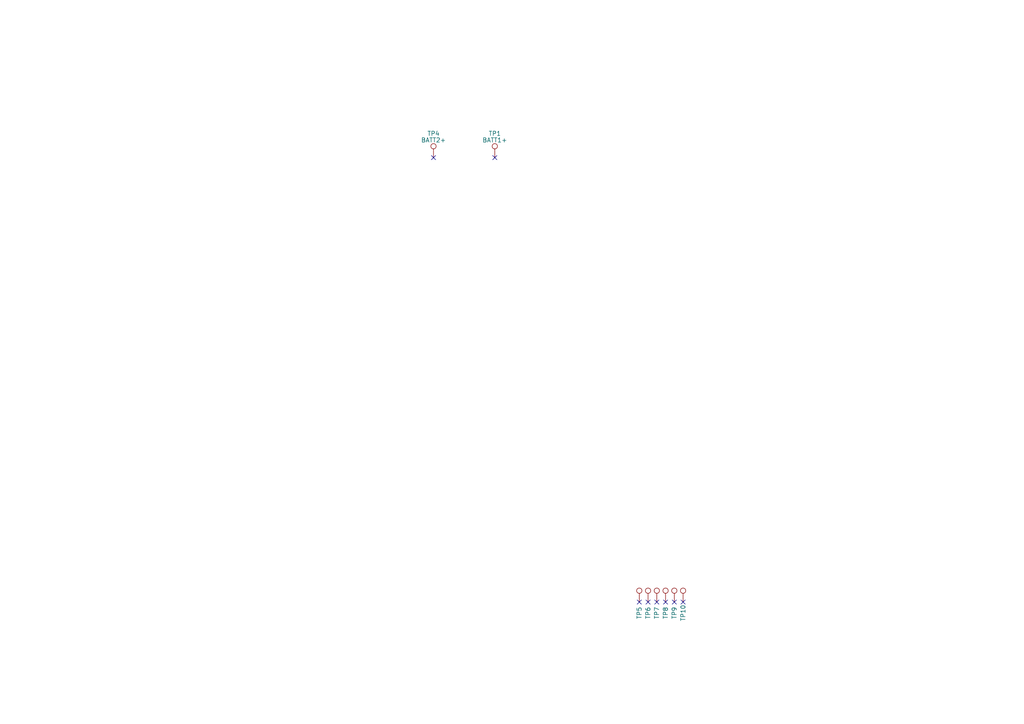
<source format=kicad_sch>
(kicad_sch (version 20231120) (generator "eeschema") (generator_version "8.0")
  (paper "A4")
  (lib_symbols
    (symbol "lib:TestPoint" (pin_numbers hide) (pin_names (offset 0.762) hide)
      (property "Reference" "TP" (at 0 6.858 0))
      (property "Value" "TestPoint" (at 0 5.08 0))
      (symbol "TestPoint_0_1"
        (circle (center 0 3.302) (radius 0.762))
      )
      (symbol "TestPoint_1_1"
        (pin passive line (at 0 0 90) (length 2.54) (name "1") (number "1"))
      )
    )
  )
  (no_connect (at 193.04 174.625))
  (no_connect (at 198.12 174.625))
  (no_connect (at 143.51 45.72))
  (no_connect (at 187.96 174.625))
  (no_connect (at 195.58 174.625))
  (no_connect (at 185.42 174.625))
  (no_connect (at 190.5 174.625))
  (no_connect (at 125.73 45.72))
  (symbol (lib_id "lib:TestPoint") (at 185.42 174.625 0) (unit 1)
    (property "Reference" "TP5" (at 185.42 177.8 90))
    (property "Value" "TestPoint" (effects (hide yes)))
    (property "Footprint" "lib:interconnect-middle" (effects (hide yes)))
  )
  (symbol (lib_id "lib:TestPoint") (at 125.73 45.72 0) (unit 1)
    (property "Reference" "TP4" (at 125.73 38.735 0))
    (property "Value" "BATT2+" (at 125.73 40.64 0))
    (property "Footprint" "lib:interconnect-middle" (effects (hide yes)))
  )
  (symbol (lib_id "lib:TestPoint") (at 190.5 174.625 0) (unit 1)
    (property "Reference" "TP7" (at 190.5 177.8 90))
    (property "Value" "TestPoint" (effects (hide yes)))
    (property "Footprint" "lib:interconnect-middle" (effects (hide yes)))
  )
  (symbol (lib_id "lib:TestPoint") (at 195.58 174.625 0) (unit 1)
    (property "Reference" "TP9" (at 195.58 177.8 90))
    (property "Value" "TestPoint" (effects (hide yes)))
    (property "Footprint" "lib:interconnect-middle" (effects (hide yes)))
  )
  (symbol (lib_id "lib:TestPoint") (at 187.96 174.625 0) (unit 1)
    (property "Reference" "TP6" (at 187.96 177.8 90))
    (property "Value" "TestPoint" (effects (hide yes)))
    (property "Footprint" "lib:interconnect-middle" (effects (hide yes)))
  )
  (symbol (lib_id "lib:TestPoint") (at 198.12 174.625 0) (unit 1)
    (property "Reference" "TP10" (at 198.12 177.8 90))
    (property "Value" "TestPoint" (effects (hide yes)))
    (property "Footprint" "lib:interconnect-middle" (effects (hide yes)))
  )
  (symbol (lib_id "lib:TestPoint") (at 143.51 45.72 0) (unit 1)
    (property "Reference" "TP1" (at 143.51 38.735 0))
    (property "Value" "BATT1+" (at 143.51 40.64 0))
    (property "Footprint" "lib:interconnect-middle" (effects (hide yes)))
  )
  (symbol (lib_id "lib:TestPoint") (at 193.04 174.625 0) (unit 1)
    (property "Reference" "TP8" (at 193.04 177.8 90))
    (property "Value" "TestPoint" (effects (hide yes)))
    (property "Footprint" "lib:interconnect-middle" (effects (hide yes)))
  )
)
</source>
